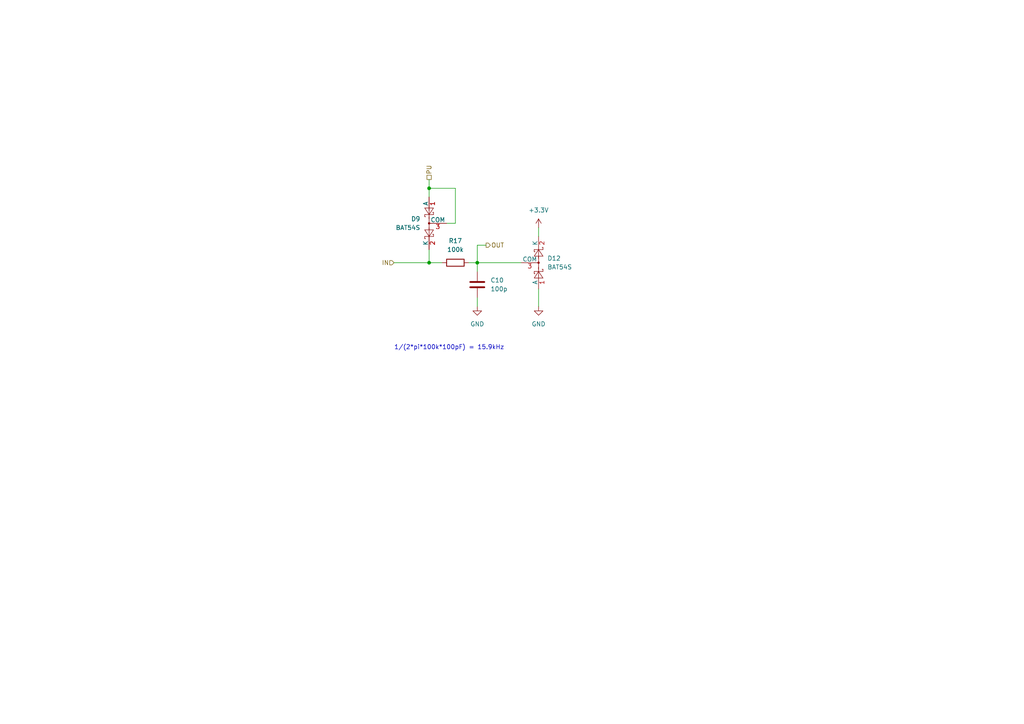
<source format=kicad_sch>
(kicad_sch (version 20230121) (generator eeschema)
  (paper "A4")
  (lib_symbols
    (symbol "Device:C" (pin_numbers hide) (pin_names (offset 0.254))
      (property "Reference" "C" (at 0.635 2.54 0))
      (property "Value" "C" (at 0.635 -2.54 0))
      (symbol "C_0_1"
        (polyline (pts (xy -2.032 -0.762) (xy 2.032 -0.762)) (stroke (width 0.508)))
        (polyline (pts (xy -2.032 0.762) (xy 2.032 0.762)) (stroke (width 0.508)))
      )
      (symbol "C_1_1"
        (pin passive line (at 0 3.81 270) (length 2.794) (name "~") (number "1"))
        (pin passive line (at 0 -3.81 90) (length 2.794) (name "~") (number "2"))
      )
    )
    (symbol "Device:R" (pin_numbers hide) (pin_names (offset 0))
      (property "Reference" "R" (at 2.032 0 90))
      (property "Value" "R" (at 0 0 90))
      (symbol "R_0_1"
        (rectangle (start -1.016 -2.54) (end 1.016 2.54) (stroke (width 0.254)))
      )
      (symbol "R_1_1"
        (pin passive line (at 0 3.81 270) (length 1.27) (name "~") (number "1"))
        (pin passive line (at 0 -3.81 90) (length 1.27) (name "~") (number "2"))
      )
    )
    (symbol "Diode:BAT54S" (pin_names (offset 0))
      (property "Reference" "D" (at 2.54 -5.08 0))
      (property "Value" "BAT54S" (at -6.35 3.175 0))
      (symbol "BAT54S_0_1"
        (polyline (pts (xy -3.81 0) (xy -1.27 0)))
        (polyline (pts (xy -3.175 -1.27) (xy -3.175 -1.016)))
        (polyline (pts (xy -2.54 -1.27) (xy -3.175 -1.27)))
        (polyline (pts (xy -2.54 -1.27) (xy -2.54 1.27)))
        (polyline (pts (xy -2.54 1.27) (xy -1.905 1.27)))
        (polyline (pts (xy -1.905 0) (xy 1.905 0)))
        (polyline (pts (xy -1.905 1.27) (xy -1.905 1.016)))
        (polyline (pts (xy 1.27 0) (xy 3.81 0)))
        (polyline (pts (xy 3.175 -1.27) (xy 3.175 -1.016)))
        (polyline (pts (xy 3.81 -1.27) (xy 3.175 -1.27)))
        (polyline (pts (xy 3.81 -1.27) (xy 3.81 1.27)))
        (polyline (pts (xy 3.81 1.27) (xy 4.445 1.27)))
        (polyline (pts (xy 4.445 1.27) (xy 4.445 1.016)))
        (polyline (pts (xy -4.445 1.27) (xy -4.445 -1.27) (xy -2.54 0) (xy -4.445 1.27)))
        (polyline (pts (xy 1.905 1.27) (xy 1.905 -1.27) (xy 3.81 0) (xy 1.905 1.27)))
        (circle (center 0 0) (radius 0.254) (fill (type outline)))
      )
      (symbol "BAT54S_1_1"
        (pin passive line (at -7.62 0 0) (length 3.81) (name "A") (number "1"))
        (pin passive line (at 7.62 0 180) (length 3.81) (name "K") (number "2"))
        (pin passive line (at 0 -5.08 90) (length 5.08) (name "COM") (number "3"))
      )
    )
    (symbol "power:+3.3V" (power) (pin_names (offset 0))
      (property "Value" "+3.3V" (at 0 3.556 0))
      (symbol "+3.3V_0_1"
        (polyline (pts (xy -0.762 1.27) (xy 0 2.54)))
        (polyline (pts (xy 0 0) (xy 0 2.54)))
        (polyline (pts (xy 0 2.54) (xy 0.762 1.27)))
      )
      (symbol "+3.3V_1_1"
        (pin power_in line (at 0 0 90) (length 0) hide (name "+3.3V") (number "1"))
      )
    )
    (symbol "power:GND" (power) (pin_names (offset 0))
      (property "Value" "GND" (at 0 -3.81 0))
      (symbol "GND_0_1"
        (polyline (pts (xy 0 0) (xy 0 -1.27) (xy 1.27 -1.27) (xy 0 -2.54) (xy -1.27 -1.27) (xy 0 -1.27)))
      )
      (symbol "GND_1_1"
        (pin power_in line (at 0 0 270) (length 0) hide (name "GND") (number "1"))
      )
    )
  )
  (junction (at 124.46 54.61))
  (junction (at 124.46 76.2))
  (junction (at 138.43 76.2))
  (wire (pts (xy 138.43 71.12) (xy 138.43 76.2)))
  (wire (pts (xy 124.46 72.39) (xy 124.46 76.2)))
  (wire (pts (xy 156.21 83.82) (xy 156.21 88.9)))
  (wire (pts (xy 138.43 71.12) (xy 140.97 71.12)))
  (wire (pts (xy 129.54 64.77) (xy 132.08 64.77)))
  (wire (pts (xy 135.89 76.2) (xy 138.43 76.2)))
  (wire (pts (xy 124.46 52.07) (xy 124.46 54.61)))
  (wire (pts (xy 132.08 64.77) (xy 132.08 54.61)))
  (wire (pts (xy 156.21 66.04) (xy 156.21 68.58)))
  (wire (pts (xy 132.08 54.61) (xy 124.46 54.61)))
  (wire (pts (xy 151.13 76.2) (xy 138.43 76.2)))
  (wire (pts (xy 124.46 76.2) (xy 128.27 76.2)))
  (wire (pts (xy 124.46 54.61) (xy 124.46 57.15)))
  (wire (pts (xy 114.3 76.2) (xy 124.46 76.2)))
  (wire (pts (xy 138.43 86.36) (xy 138.43 88.9)))
  (wire (pts (xy 138.43 76.2) (xy 138.43 78.74)))
  (text "1/(2*pi*100k*100pF) = 15.9kHz" (at 114.3 101.6 0) (effects (font (size 1.27 1.27)) (justify left bottom)))
  (hierarchical_label "IN" (shape input) (at 114.3 76.2 180))
  (hierarchical_label "OUT" (shape output) (at 140.97 71.12 0))
  (hierarchical_label "PU" (shape passive) (at 124.46 52.07 90))
  (symbol (lib_id "Device:R") (at 132.08 76.2 90) (unit 1)
    (property "Reference" "R17" (at 132.08 69.85 90))
    (property "Value" "100k" (at 132.08 72.39 90))
    (property "Footprint" "Resistor_SMD:R_0603_1608Metric" (effects hide))
    (instances (project "Sensor_Board" (path "" (reference "R17") (unit 1)) (path "" (reference "R135") (unit 1)) (path "" (reference "R17") (unit 1)) (path "" (reference "R18") (unit 1)) (path "" (reference "R19") (unit 1)) (path "" (reference "R20") (unit 1)) (path "" (reference "R21") (unit 1)) (path "" (reference "R22") (unit 1)) (path "" (reference "R23") (unit 1))) (project "FT22_VCU_Konzept" (path "" (reference "R1") (unit 1))))
  )
  (symbol (lib_id "power:+3.3V") (at 156.21 66.04 0) (unit 1)
    (property "Reference" "#PWR034" (effects hide))
    (property "Value" "+3.3V" (at 156.21 60.96 0))
    (instances (project "Sensor_Board" (path "" (reference "#PWR034") (unit 1)) (path "" (reference "#PWR0202") (unit 1)) (path "" (reference "#PWR034") (unit 1)) (path "" (reference "#PWR037") (unit 1)) (path "" (reference "#PWR040") (unit 1)) (path "" (reference "#PWR045") (unit 1)) (path "" (reference "#PWR048") (unit 1)) (path "" (reference "#PWR051") (unit 1)) (path "" (reference "#PWR056") (unit 1))) (project "FT22_VCU_Konzept" (path "" (reference "#PWR07") (unit 1))))
  )
  (symbol (lib_id "Diode:BAT54S") (at 124.46 64.77 90) (mirror x) (unit 1)
    (property "Reference" "D9" (at 121.92 63.4999 90) (effects (justify left)))
    (property "Value" "BAT54S" (at 121.92 66.0399 90) (effects (justify left)))
    (property "Footprint" "Package_TO_SOT_SMD:SOT-23" (effects hide))
    (property "Datasheet" "https://www.diodes.com/assets/Datasheets/ds11005.pdf" (effects hide))
    (instances (project "Sensor_Board" (path "" (reference "D9") (unit 1)) (path "" (reference "D49") (unit 1)) (path "" (reference "D9") (unit 1)) (path "" (reference "D11") (unit 1)) (path "" (reference "D13") (unit 1)) (path "" (reference "D15") (unit 1)) (path "" (reference "D17") (unit 1)) (path "" (reference "D19") (unit 1)) (path "" (reference "D21") (unit 1))) (project "FT22_VCU_Konzept" (path "" (reference "D1") (unit 1))))
  )
  (symbol (lib_id "Diode:BAT54S") (at 156.21 76.2 270) (mirror x) (unit 1)
    (property "Reference" "D12" (at 158.75 74.9299 90) (effects (justify left)))
    (property "Value" "BAT54S" (at 158.75 77.4699 90) (effects (justify left)))
    (property "Footprint" "Package_TO_SOT_SMD:SOT-23" (effects hide))
    (property "Datasheet" "https://www.diodes.com/assets/Datasheets/ds11005.pdf" (effects hide))
    (instances (project "Sensor_Board" (path "" (reference "D12") (unit 1)) (path "" (reference "D61") (unit 1)) (path "" (reference "D10") (unit 1)) (path "" (reference "D12") (unit 1)) (path "" (reference "D14") (unit 1)) (path "" (reference "D16") (unit 1)) (path "" (reference "D18") (unit 1)) (path "" (reference "D20") (unit 1)) (path "" (reference "D22") (unit 1))) (project "FT22_VCU_Konzept" (path "" (reference "D4") (unit 1))))
  )
  (symbol (lib_id "power:GND") (at 156.21 88.9 0) (unit 1)
    (property "Reference" "#PWR038" (effects hide))
    (property "Value" "GND" (at 156.21 93.98 0))
    (instances (project "Sensor_Board" (path "" (reference "#PWR038") (unit 1)) (path "" (reference "#PWR0205") (unit 1)) (path "" (reference "#PWR036") (unit 1)) (path "" (reference "#PWR039") (unit 1)) (path "" (reference "#PWR042") (unit 1)) (path "" (reference "#PWR047") (unit 1)) (path "" (reference "#PWR050") (unit 1)) (path "" (reference "#PWR053") (unit 1)) (path "" (reference "#PWR059") (unit 1))) (project "FT22_VCU_Konzept" (path "" (reference "#PWR011") (unit 1))))
  )
  (symbol (lib_id "power:GND") (at 138.43 88.9 0) (unit 1)
    (property "Reference" "#PWR037" (effects hide))
    (property "Value" "GND" (at 138.43 93.98 0))
    (instances (project "Sensor_Board" (path "" (reference "#PWR037") (unit 1)) (path "" (reference "#PWR0203") (unit 1)) (path "" (reference "#PWR035") (unit 1)) (path "" (reference "#PWR038") (unit 1)) (path "" (reference "#PWR041") (unit 1)) (path "" (reference "#PWR046") (unit 1)) (path "" (reference "#PWR049") (unit 1)) (path "" (reference "#PWR052") (unit 1)) (path "" (reference "#PWR057") (unit 1))) (project "FT22_VCU_Konzept" (path "" (reference "#PWR010") (unit 1))))
  )
  (symbol (lib_id "Device:C") (at 138.43 82.55 0) (unit 1)
    (property "Reference" "C10" (at 142.24 81.2799 0) (effects (justify left)))
    (property "Value" "100p" (at 142.24 83.8199 0) (effects (justify left)))
    (property "Footprint" "Capacitor_SMD:C_0603_1608Metric" (effects hide))
    (instances (project "Sensor_Board" (path "" (reference "C10") (unit 1)) (path "" (reference "C79") (unit 1)) (path "" (reference "C10") (unit 1)) (path "" (reference "C11") (unit 1)) (path "" (reference "C12") (unit 1)) (path "" (reference "C13") (unit 1)) (path "" (reference "C14") (unit 1)) (path "" (reference "C15") (unit 1)) (path "" (reference "C18") (unit 1))) (project "FT22_VCU_Konzept" (path "" (reference "C1") (unit 1))))
  )
)
</source>
